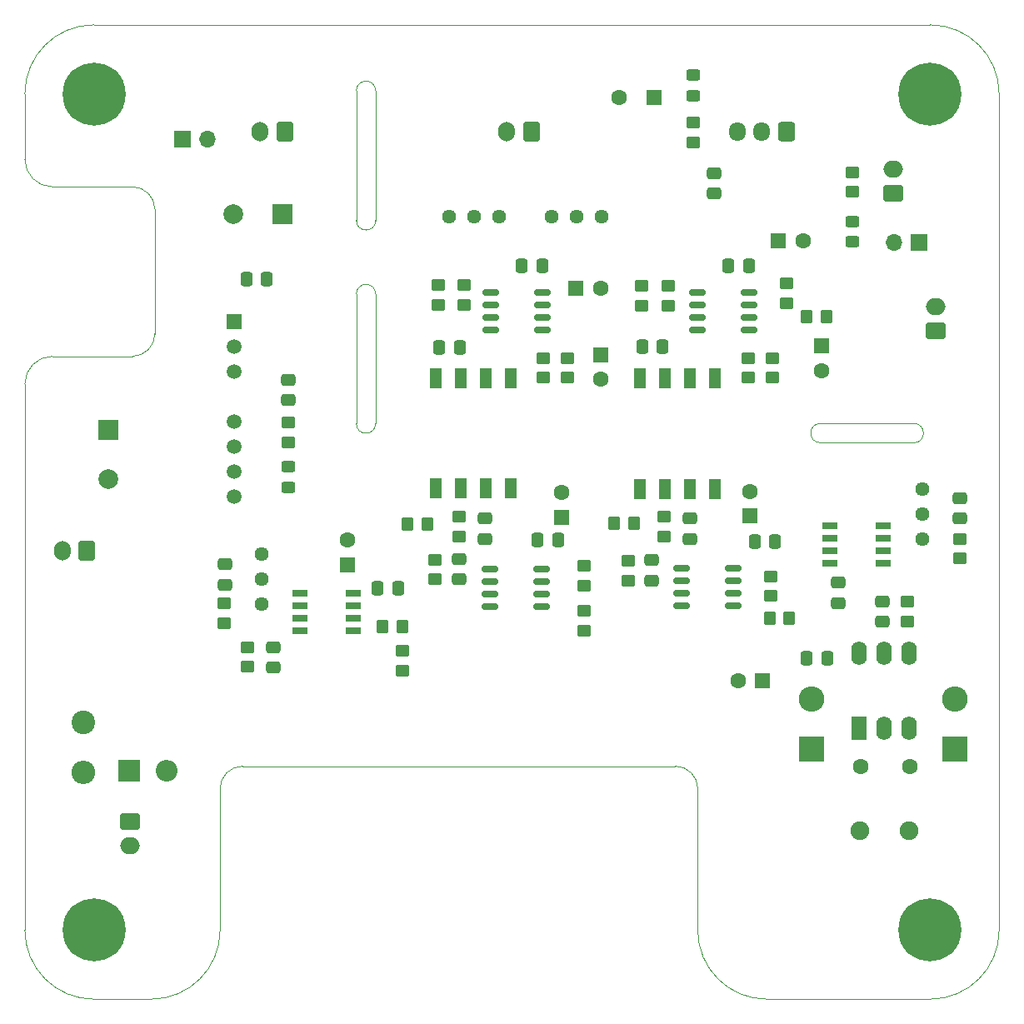
<source format=gts>
G04 #@! TF.GenerationSoftware,KiCad,Pcbnew,7.0.7+dfsg-1*
G04 #@! TF.CreationDate,2024-09-28T12:18:31+02:00*
G04 #@! TF.ProjectId,evo-cube-sensor,65766f2d-6375-4626-952d-73656e736f72,rev?*
G04 #@! TF.SameCoordinates,Original*
G04 #@! TF.FileFunction,Soldermask,Top*
G04 #@! TF.FilePolarity,Negative*
%FSLAX46Y46*%
G04 Gerber Fmt 4.6, Leading zero omitted, Abs format (unit mm)*
G04 Created by KiCad (PCBNEW 7.0.7+dfsg-1) date 2024-09-28 12:18:31*
%MOMM*%
%LPD*%
G01*
G04 APERTURE LIST*
G04 Aperture macros list*
%AMRoundRect*
0 Rectangle with rounded corners*
0 $1 Rounding radius*
0 $2 $3 $4 $5 $6 $7 $8 $9 X,Y pos of 4 corners*
0 Add a 4 corners polygon primitive as box body*
4,1,4,$2,$3,$4,$5,$6,$7,$8,$9,$2,$3,0*
0 Add four circle primitives for the rounded corners*
1,1,$1+$1,$2,$3*
1,1,$1+$1,$4,$5*
1,1,$1+$1,$6,$7*
1,1,$1+$1,$8,$9*
0 Add four rect primitives between the rounded corners*
20,1,$1+$1,$2,$3,$4,$5,0*
20,1,$1+$1,$4,$5,$6,$7,0*
20,1,$1+$1,$6,$7,$8,$9,0*
20,1,$1+$1,$8,$9,$2,$3,0*%
G04 Aperture macros list end*
%ADD10RoundRect,0.150000X-0.675000X-0.150000X0.675000X-0.150000X0.675000X0.150000X-0.675000X0.150000X0*%
%ADD11R,1.700000X1.700000*%
%ADD12O,1.700000X1.700000*%
%ADD13RoundRect,0.250000X-0.475000X0.337500X-0.475000X-0.337500X0.475000X-0.337500X0.475000X0.337500X0*%
%ADD14RoundRect,0.250000X0.600000X0.725000X-0.600000X0.725000X-0.600000X-0.725000X0.600000X-0.725000X0*%
%ADD15O,1.700000X1.950000*%
%ADD16RoundRect,0.250000X0.450000X-0.350000X0.450000X0.350000X-0.450000X0.350000X-0.450000X-0.350000X0*%
%ADD17RoundRect,0.250000X0.337500X0.475000X-0.337500X0.475000X-0.337500X-0.475000X0.337500X-0.475000X0*%
%ADD18RoundRect,0.250000X0.475000X-0.337500X0.475000X0.337500X-0.475000X0.337500X-0.475000X-0.337500X0*%
%ADD19RoundRect,0.250000X-0.450000X0.350000X-0.450000X-0.350000X0.450000X-0.350000X0.450000X0.350000X0*%
%ADD20R,1.600000X1.600000*%
%ADD21C,1.600000*%
%ADD22RoundRect,0.250000X-0.337500X-0.475000X0.337500X-0.475000X0.337500X0.475000X-0.337500X0.475000X0*%
%ADD23RoundRect,0.250000X0.350000X0.450000X-0.350000X0.450000X-0.350000X-0.450000X0.350000X-0.450000X0*%
%ADD24R,1.300000X2.050000*%
%ADD25RoundRect,0.250000X0.750000X-0.600000X0.750000X0.600000X-0.750000X0.600000X-0.750000X-0.600000X0*%
%ADD26O,2.000000X1.700000*%
%ADD27C,1.440000*%
%ADD28C,1.905000*%
%ADD29C,2.400000*%
%ADD30O,2.400000X2.400000*%
%ADD31R,2.200000X2.200000*%
%ADD32O,2.200000X2.200000*%
%ADD33RoundRect,0.250000X-0.350000X-0.450000X0.350000X-0.450000X0.350000X0.450000X-0.350000X0.450000X0*%
%ADD34C,0.800000*%
%ADD35C,6.400000*%
%ADD36R,1.500000X1.500000*%
%ADD37C,1.500000*%
%ADD38R,1.600000X2.400000*%
%ADD39O,1.600000X2.400000*%
%ADD40R,2.600000X2.600000*%
%ADD41O,2.600000X2.600000*%
%ADD42RoundRect,0.250000X0.600000X0.750000X-0.600000X0.750000X-0.600000X-0.750000X0.600000X-0.750000X0*%
%ADD43O,1.700000X2.000000*%
%ADD44R,2.000000X2.000000*%
%ADD45C,2.000000*%
%ADD46RoundRect,0.250000X0.450000X-0.325000X0.450000X0.325000X-0.450000X0.325000X-0.450000X-0.325000X0*%
%ADD47RoundRect,0.250000X-0.450000X0.325000X-0.450000X-0.325000X0.450000X-0.325000X0.450000X0.325000X0*%
%ADD48R,1.528000X0.650000*%
%ADD49RoundRect,0.250000X-0.750000X0.600000X-0.750000X-0.600000X0.750000X-0.600000X0.750000X0.600000X0*%
G04 #@! TA.AperFunction,Profile*
%ADD50C,0.100000*%
G04 #@! TD*
G04 APERTURE END LIST*
D10*
X100426875Y-87777675D03*
X100426875Y-89047675D03*
X100426875Y-90317675D03*
X100426875Y-91587675D03*
X105676875Y-91587675D03*
X105676875Y-90317675D03*
X105676875Y-89047675D03*
X105676875Y-87777675D03*
D11*
X49677400Y-44145200D03*
D12*
X52217400Y-44145200D03*
D13*
X116306600Y-89255600D03*
X116306600Y-91330600D03*
D14*
X111034200Y-43383200D03*
D15*
X108534200Y-43383200D03*
X106034200Y-43383200D03*
D16*
X99060000Y-61096400D03*
X99060000Y-59096400D03*
D17*
X107234900Y-57073800D03*
X105159900Y-57073800D03*
D18*
X101244400Y-84802800D03*
X101244400Y-82727800D03*
D19*
X94996000Y-87028600D03*
X94996000Y-89028600D03*
D20*
X114579400Y-65176400D03*
D21*
X114579400Y-67676400D03*
D22*
X85750400Y-84886800D03*
X87825400Y-84886800D03*
D13*
X103733600Y-47628900D03*
X103733600Y-49703900D03*
D16*
X111099600Y-60867800D03*
X111099600Y-58867800D03*
D23*
X72018400Y-93700600D03*
X70018400Y-93700600D03*
X115112800Y-62255400D03*
X113112800Y-62255400D03*
D24*
X75387200Y-79691400D03*
X77927200Y-79691400D03*
X80467200Y-79691400D03*
X83007200Y-79691400D03*
X83007200Y-68441400D03*
X80467200Y-68441400D03*
X77927200Y-68441400D03*
X75387200Y-68441400D03*
D10*
X101988800Y-59791600D03*
X101988800Y-61061600D03*
X101988800Y-62331600D03*
X101988800Y-63601600D03*
X107238800Y-63601600D03*
X107238800Y-62331600D03*
X107238800Y-61061600D03*
X107238800Y-59791600D03*
D21*
X123556400Y-107950000D03*
X118556400Y-107950000D03*
D25*
X121914200Y-49713200D03*
D26*
X121914200Y-47213200D03*
D16*
X88773000Y-68437000D03*
X88773000Y-66437000D03*
D27*
X81879600Y-52044600D03*
X79339600Y-52044600D03*
X76799600Y-52044600D03*
D19*
X90449400Y-92109800D03*
X90449400Y-94109800D03*
D20*
X110224688Y-54508400D03*
D21*
X112724688Y-54508400D03*
D28*
X118520200Y-114439700D03*
X123520200Y-114439700D03*
D19*
X96342200Y-59096400D03*
X96342200Y-61096400D03*
D18*
X60401200Y-70688200D03*
X60401200Y-68613200D03*
D16*
X60401200Y-74999600D03*
X60401200Y-72999600D03*
X56265350Y-97808800D03*
X56265350Y-95808800D03*
D19*
X90449400Y-87528400D03*
X90449400Y-89528400D03*
D27*
X57759600Y-91389200D03*
X57759600Y-88849200D03*
X57759600Y-86309200D03*
D29*
X39598600Y-103445800D03*
D30*
X39598600Y-108525800D03*
D22*
X113114000Y-96926400D03*
X115189000Y-96926400D03*
D31*
X44286817Y-108381800D03*
D32*
X48096817Y-108381800D03*
D25*
X126212600Y-63688600D03*
D26*
X126212600Y-61188600D03*
D20*
X97581600Y-39979600D03*
D21*
X94081600Y-39979600D03*
D19*
X128655900Y-84782750D03*
X128655900Y-86782750D03*
D16*
X86309200Y-68437000D03*
X86309200Y-66437000D03*
D33*
X109356400Y-92903800D03*
X111356400Y-92903800D03*
D19*
X75692000Y-59020200D03*
X75692000Y-61020200D03*
D16*
X117729000Y-49539400D03*
X117729000Y-47539400D03*
D17*
X86229100Y-57073800D03*
X84154100Y-57073800D03*
D11*
X124490400Y-54686200D03*
D12*
X121950400Y-54686200D03*
D19*
X77800200Y-82550000D03*
X77800200Y-84550000D03*
D20*
X66421000Y-87426800D03*
D21*
X66421000Y-84926800D03*
D17*
X58263700Y-58420000D03*
X56188700Y-58420000D03*
X77872500Y-65354200D03*
X75797500Y-65354200D03*
X98475800Y-65252600D03*
X96400800Y-65252600D03*
D19*
X101600000Y-42500800D03*
X101600000Y-44500800D03*
D34*
X123264200Y-124569200D03*
X123967144Y-122872144D03*
X123967144Y-126266256D03*
X125664200Y-122169200D03*
D35*
X125664200Y-124569200D03*
D34*
X125664200Y-126969200D03*
X127361256Y-122872144D03*
X127361256Y-126266256D03*
X128064200Y-124569200D03*
D24*
X96189800Y-79716800D03*
X98729800Y-79716800D03*
X101269800Y-79716800D03*
X103809800Y-79716800D03*
X103809800Y-68466800D03*
X101269800Y-68466800D03*
X98729800Y-68466800D03*
X96189800Y-68466800D03*
D23*
X74574400Y-83261200D03*
X72574400Y-83261200D03*
D36*
X54940200Y-62712600D03*
D37*
X54940200Y-65252600D03*
X54940200Y-67792600D03*
X54940200Y-72872600D03*
X54940200Y-75412600D03*
X54940200Y-77952600D03*
X54940200Y-80492600D03*
D22*
X69519800Y-89789000D03*
X71594800Y-89789000D03*
D18*
X97332800Y-89044600D03*
X97332800Y-86969600D03*
D34*
X38264200Y-39569200D03*
X38967144Y-37872144D03*
X38967144Y-41266256D03*
X40664200Y-37169200D03*
D35*
X40664200Y-39569200D03*
D34*
X40664200Y-41969200D03*
X42361256Y-37872144D03*
X42361256Y-41266256D03*
X43064200Y-39569200D03*
D18*
X80441800Y-84802800D03*
X80441800Y-82727800D03*
D20*
X108647113Y-99187000D03*
D21*
X106147113Y-99187000D03*
D16*
X107188000Y-68437000D03*
X107188000Y-66437000D03*
D27*
X124820500Y-84782750D03*
X124820500Y-82242750D03*
X124820500Y-79702750D03*
D38*
X118389400Y-104038400D03*
D39*
X120929400Y-104038400D03*
X123469400Y-104038400D03*
X123469400Y-96418400D03*
X120929400Y-96418400D03*
X118389400Y-96418400D03*
D27*
X92252800Y-52070000D03*
X89712800Y-52070000D03*
X87172800Y-52070000D03*
D19*
X72059800Y-96164400D03*
X72059800Y-98164400D03*
D40*
X113639600Y-106172000D03*
D41*
X113639600Y-101092000D03*
D13*
X120777000Y-91160600D03*
X120777000Y-93235600D03*
D23*
X95538800Y-83210400D03*
X93538800Y-83210400D03*
D42*
X39979600Y-86029800D03*
D43*
X37479600Y-86029800D03*
D44*
X59847877Y-51816000D03*
D45*
X54847877Y-51816000D03*
D16*
X78257400Y-61020200D03*
X78257400Y-59020200D03*
D10*
X80915600Y-87858600D03*
X80915600Y-89128600D03*
X80915600Y-90398600D03*
X80915600Y-91668600D03*
X86165600Y-91668600D03*
X86165600Y-90398600D03*
X86165600Y-89128600D03*
X86165600Y-87858600D03*
D20*
X89650688Y-59334400D03*
D21*
X92150688Y-59334400D03*
D42*
X60066200Y-43383200D03*
D43*
X57566200Y-43383200D03*
D46*
X60426600Y-79545400D03*
X60426600Y-77495400D03*
D17*
X109898000Y-85115400D03*
X107823000Y-85115400D03*
D47*
X101574600Y-37693600D03*
X101574600Y-39743600D03*
D46*
X117729000Y-54635400D03*
X117729000Y-52585400D03*
D48*
X61645800Y-90366600D03*
X61645800Y-91636600D03*
X61645800Y-92906600D03*
X61645800Y-94176600D03*
X67067800Y-94176600D03*
X67067800Y-92906600D03*
X67067800Y-91636600D03*
X67067800Y-90366600D03*
D13*
X58906950Y-95808800D03*
X58906950Y-97883800D03*
D19*
X75311000Y-86925400D03*
X75311000Y-88925400D03*
D34*
X38264200Y-124569200D03*
X38967144Y-122872144D03*
X38967144Y-126266256D03*
X40664200Y-122169200D03*
D35*
X40664200Y-124569200D03*
D34*
X40664200Y-126969200D03*
X42361256Y-122872144D03*
X42361256Y-126266256D03*
X43064200Y-124569200D03*
D16*
X123342400Y-93192600D03*
X123342400Y-91192600D03*
X109432600Y-90611200D03*
X109432600Y-88611200D03*
D19*
X98653600Y-82556600D03*
X98653600Y-84556600D03*
D44*
X42164000Y-73730723D03*
D45*
X42164000Y-78730723D03*
D34*
X123264200Y-39569200D03*
X123967144Y-37872144D03*
X123967144Y-41266256D03*
X125664200Y-37169200D03*
D35*
X125664200Y-39569200D03*
D34*
X125664200Y-41969200D03*
X127361256Y-37872144D03*
X127361256Y-41266256D03*
X128064200Y-39569200D03*
D18*
X77749400Y-88917600D03*
X77749400Y-86842600D03*
D40*
X128193800Y-106172000D03*
D41*
X128193800Y-101092000D03*
D13*
X53975000Y-87379900D03*
X53975000Y-89454900D03*
D10*
X80991800Y-59791600D03*
X80991800Y-61061600D03*
X80991800Y-62331600D03*
X80991800Y-63601600D03*
X86241800Y-63601600D03*
X86241800Y-62331600D03*
X86241800Y-61061600D03*
X86241800Y-59791600D03*
D13*
X128681300Y-80650350D03*
X128681300Y-82725350D03*
D42*
X85146200Y-43383200D03*
D43*
X82646200Y-43383200D03*
D48*
X120909700Y-87276850D03*
X120909700Y-86006850D03*
X120909700Y-84736850D03*
X120909700Y-83466850D03*
X115487700Y-83466850D03*
X115487700Y-84736850D03*
X115487700Y-86006850D03*
X115487700Y-87276850D03*
D49*
X44338200Y-113487200D03*
D26*
X44338200Y-115987200D03*
D19*
X53949600Y-91363800D03*
X53949600Y-93363800D03*
D16*
X109651800Y-68421000D03*
X109651800Y-66421000D03*
D20*
X92151200Y-66090800D03*
D21*
X92151200Y-68590800D03*
D20*
X107365800Y-82473800D03*
D21*
X107365800Y-79973800D03*
D20*
X88163400Y-82612113D03*
D21*
X88163400Y-80112113D03*
D50*
X114503200Y-73075800D02*
X124002800Y-73075800D01*
X125664200Y-131569200D02*
G75*
G03*
X132664200Y-124569200I0J7000000D01*
G01*
X46500453Y-131569203D02*
G75*
G03*
X53500453Y-124569200I-3J7000003D01*
G01*
X33670200Y-46233544D02*
X33664200Y-39569200D01*
X33664200Y-124569200D02*
G75*
G03*
X40664200Y-131569200I7000000J0D01*
G01*
X67348843Y-73089243D02*
G75*
G03*
X69303157Y-73089243I977157J0D01*
G01*
X55786453Y-107899153D02*
G75*
G03*
X53500453Y-110185200I47J-2286047D01*
G01*
X125664200Y-32569200D02*
X40664200Y-32569200D01*
X99756200Y-107899200D02*
X55786453Y-107899200D01*
X102042200Y-110185200D02*
G75*
G03*
X99756200Y-107899200I-2286000J0D01*
G01*
X46878200Y-51313544D02*
X46878200Y-63957200D01*
X53500453Y-110185200D02*
X53500453Y-124569200D01*
X46878156Y-51313544D02*
G75*
G03*
X44592200Y-49027544I-2285956J44D01*
G01*
X69303157Y-59918600D02*
G75*
G03*
X67348843Y-59918600I-977157J0D01*
G01*
X44592200Y-66243200D02*
X36464200Y-66243200D01*
X44592200Y-66243200D02*
G75*
G03*
X46878200Y-63957200I0J2286000D01*
G01*
X44592200Y-49027544D02*
X36464200Y-49027544D01*
X102042200Y-110185200D02*
X102042200Y-124569200D01*
X36464200Y-66243200D02*
G75*
G03*
X33670200Y-69037200I0J-2794000D01*
G01*
X114503200Y-73075886D02*
G75*
G03*
X114503200Y-75030114I0J-977114D01*
G01*
X109042200Y-131569200D02*
X125664200Y-131569200D01*
X124002800Y-75030114D02*
X114503200Y-75030114D01*
X67348843Y-73089243D02*
X67348843Y-59918600D01*
X67348843Y-52439043D02*
G75*
G03*
X69303157Y-52439043I977157J0D01*
G01*
X69303157Y-39268400D02*
X69303157Y-52439043D01*
X33670200Y-69037200D02*
X33670200Y-124569200D01*
X124002800Y-75030200D02*
G75*
G03*
X124002800Y-73075800I0J977200D01*
G01*
X40664200Y-32569200D02*
G75*
G03*
X33664200Y-39569200I0J-7000000D01*
G01*
X67348843Y-39268400D02*
X67348843Y-52439043D01*
X69303157Y-59918600D02*
X69303157Y-73089243D01*
X132664200Y-39569200D02*
G75*
G03*
X125664200Y-32569200I-7000000J0D01*
G01*
X33670156Y-46233544D02*
G75*
G03*
X36464200Y-49027544I2794044J44D01*
G01*
X69303157Y-39268400D02*
G75*
G03*
X67348843Y-39268400I-977157J0D01*
G01*
X40664200Y-131569200D02*
X46500453Y-131569200D01*
X102042200Y-124569200D02*
G75*
G03*
X109042200Y-131569200I7000000J0D01*
G01*
X132664200Y-124569200D02*
X132664200Y-39569200D01*
M02*

</source>
